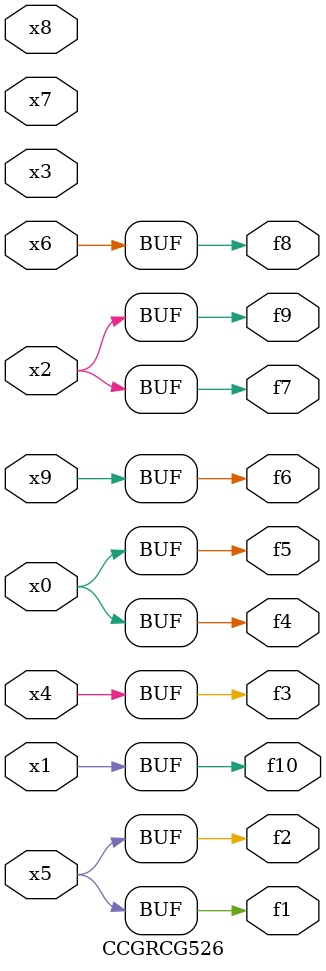
<source format=v>
module CCGRCG526(
	input x0, x1, x2, x3, x4, x5, x6, x7, x8, x9,
	output f1, f2, f3, f4, f5, f6, f7, f8, f9, f10
);
	assign f1 = x5;
	assign f2 = x5;
	assign f3 = x4;
	assign f4 = x0;
	assign f5 = x0;
	assign f6 = x9;
	assign f7 = x2;
	assign f8 = x6;
	assign f9 = x2;
	assign f10 = x1;
endmodule

</source>
